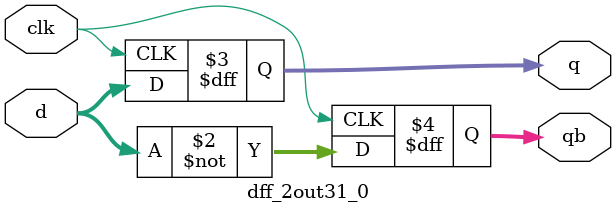
<source format=v>
module dff_2out31_0 (d,clk,q,qb );
   input [31:0] d;
   input clk;
   output [31:0] q;
   output [31:0] qb;
   reg 	[31:0]  q;
   reg 	[31:0]  qb;
   
   always @(posedge clk)begin
      q <= d;
      qb <= ~d;
      
      end
endmodule

</source>
